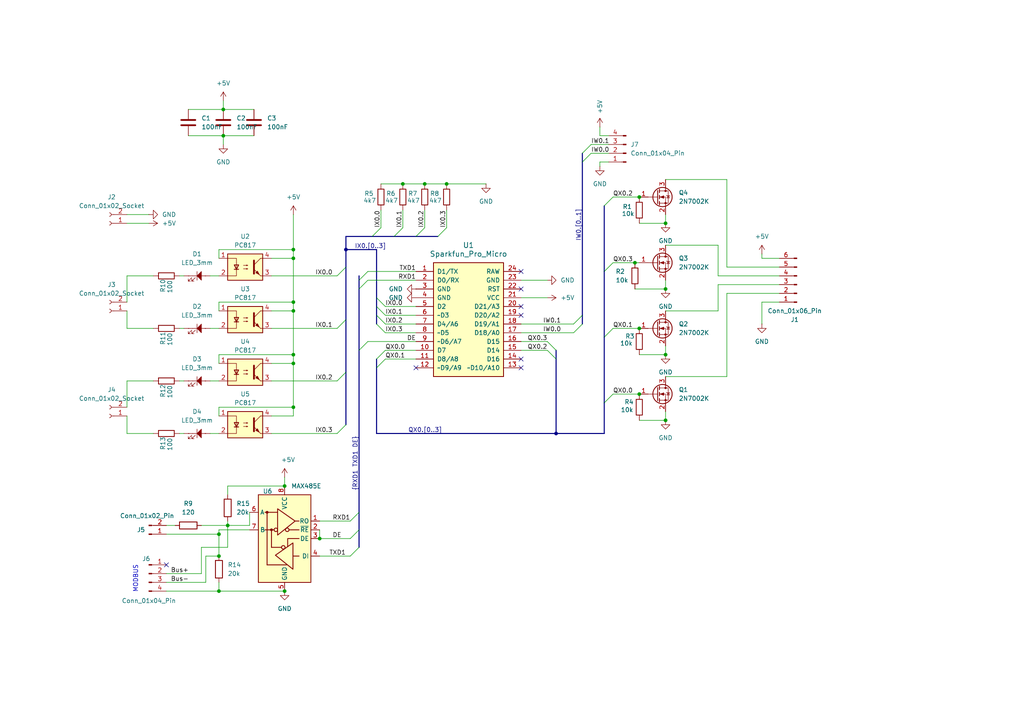
<source format=kicad_sch>
(kicad_sch (version 20231120) (generator "eeschema") (generator_version "8.0")
  (paper "A4")
  (title_block (title "Micro pro PLC") (date "2024-09-08") (rev "1.0") (company "JbLb"))
  (lib_symbols
    (symbol "Arduino:Sparkfun_Pro_Micro" (pin_names (offset 1.016))
      (property "Reference" "U" (at -8.89 21.59 0))
      (property "Value" "Sparkfun_Pro_Micro" (at 0 19.05 0))
      (symbol "Sparkfun_Pro_Micro_0_1"
        (rectangle (start -10.16 17.78) (end 10.16 -15.24) (stroke (width 0.254)) (fill (type background)))
      )
      (symbol "Sparkfun_Pro_Micro_1_1"
        (pin bidirectional line (at -15.24 15.24 0) (length 5.08) (name "D1/TX") (number "1"))
        (pin bidirectional line (at -15.24 -7.62 0) (length 5.08) (name "D7") (number "10"))
        (pin bidirectional line (at -15.24 -10.16 0) (length 5.08) (name "D8/A8") (number "11"))
        (pin bidirectional line (at -15.24 -12.7 0) (length 5.08) (name "~D9/A9") (number "12"))
        (pin bidirectional line (at 15.24 -12.7 180) (length 5.08) (name "~D10/A10") (number "13"))
        (pin bidirectional line (at 15.24 -10.16 180) (length 5.08) (name "D16") (number "14"))
        (pin bidirectional line (at 15.24 -7.62 180) (length 5.08) (name "D14") (number "15"))
        (pin bidirectional line (at 15.24 -5.08 180) (length 5.08) (name "D15") (number "16"))
        (pin bidirectional line (at 15.24 -2.54 180) (length 5.08) (name "D18/A0") (number "17"))
        (pin bidirectional line (at 15.24 0 180) (length 5.08) (name "D19/A1") (number "18"))
        (pin bidirectional line (at 15.24 2.54 180) (length 5.08) (name "D20/A2") (number "19"))
        (pin bidirectional line (at -15.24 12.7 0) (length 5.08) (name "D0/RX") (number "2"))
        (pin bidirectional line (at 15.24 5.08 180) (length 5.08) (name "D21/A3") (number "20"))
        (pin power_in line (at 15.24 7.62 180) (length 5.08) (name "VCC") (number "21"))
        (pin input line (at 15.24 10.16 180) (length 5.08) (name "RST") (number "22"))
        (pin power_in line (at 15.24 12.7 180) (length 5.08) (name "GND") (number "23"))
        (pin power_in line (at 15.24 15.24 180) (length 5.08) (name "RAW") (number "24"))
        (pin power_in line (at -15.24 10.16 0) (length 5.08) (name "GND") (number "3"))
        (pin power_in line (at -15.24 7.62 0) (length 5.08) (name "GND") (number "4"))
        (pin bidirectional line (at -15.24 5.08 0) (length 5.08) (name "D2") (number "5"))
        (pin bidirectional line (at -15.24 2.54 0) (length 5.08) (name "~D3") (number "6"))
        (pin bidirectional line (at -15.24 0 0) (length 5.08) (name "D4/A6") (number "7"))
        (pin bidirectional line (at -15.24 -2.54 0) (length 5.08) (name "~D5") (number "8"))
        (pin bidirectional line (at -15.24 -5.08 0) (length 5.08) (name "~D6/A7") (number "9"))
      )
    )
    (symbol "Connector:Conn_01x02_Pin" (pin_names (offset 1.016) hide)
      (property "Reference" "J" (at 0 2.54 0))
      (property "Value" "Conn_01x02_Pin" (at 0 -5.08 0))
      (symbol "Conn_01x02_Pin_1_1"
        (polyline (pts (xy 1.27 -2.54) (xy 0.8636 -2.54)) (stroke (width 0.1524)))
        (polyline (pts (xy 1.27 0) (xy 0.8636 0)) (stroke (width 0.1524)))
        (rectangle (start 0.8636 -2.413) (end 0 -2.667) (stroke (width 0.1524)) (fill (type outline)))
        (rectangle (start 0.8636 0.127) (end 0 -0.127) (stroke (width 0.1524)) (fill (type outline)))
        (pin passive line (at 5.08 0 180) (length 3.81) (name "Pin_1") (number "1"))
        (pin passive line (at 5.08 -2.54 180) (length 3.81) (name "Pin_2") (number "2"))
      )
    )
    (symbol "Connector:Conn_01x02_Socket" (pin_names (offset 1.016) hide)
      (property "Reference" "J" (at 0 2.54 0))
      (property "Value" "Conn_01x02_Socket" (at 0 -5.08 0))
      (symbol "Conn_01x02_Socket_1_1"
        (arc (start 0 -2.032) (mid -0.5058 -2.54) (end 0 -3.048) (stroke (width 0.1524)))
        (polyline (pts (xy -1.27 -2.54) (xy -0.508 -2.54)) (stroke (width 0.1524)))
        (polyline (pts (xy -1.27 0) (xy -0.508 0)) (stroke (width 0.1524)))
        (arc (start 0 0.508) (mid -0.5058 0) (end 0 -0.508) (stroke (width 0.1524)))
        (pin passive line (at -5.08 0 0) (length 3.81) (name "Pin_1") (number "1"))
        (pin passive line (at -5.08 -2.54 0) (length 3.81) (name "Pin_2") (number "2"))
      )
    )
    (symbol "Connector:Conn_01x04_Pin" (pin_names (offset 1.016) hide)
      (property "Reference" "J" (at 0 5.08 0))
      (property "Value" "Conn_01x04_Pin" (at 0 -7.62 0))
      (symbol "Conn_01x04_Pin_1_1"
        (polyline (pts (xy 1.27 -5.08) (xy 0.8636 -5.08)) (stroke (width 0.1524)))
        (polyline (pts (xy 1.27 -2.54) (xy 0.8636 -2.54)) (stroke (width 0.1524)))
        (polyline (pts (xy 1.27 0) (xy 0.8636 0)) (stroke (width 0.1524)))
        (polyline (pts (xy 1.27 2.54) (xy 0.8636 2.54)) (stroke (width 0.1524)))
        (rectangle (start 0.8636 -4.953) (end 0 -5.207) (stroke (width 0.1524)) (fill (type outline)))
        (rectangle (start 0.8636 -2.413) (end 0 -2.667) (stroke (width 0.1524)) (fill (type outline)))
        (rectangle (start 0.8636 0.127) (end 0 -0.127) (stroke (width 0.1524)) (fill (type outline)))
        (rectangle (start 0.8636 2.667) (end 0 2.413) (stroke (width 0.1524)) (fill (type outline)))
        (pin passive line (at 5.08 2.54 180) (length 3.81) (name "Pin_1") (number "1"))
        (pin passive line (at 5.08 0 180) (length 3.81) (name "Pin_2") (number "2"))
        (pin passive line (at 5.08 -2.54 180) (length 3.81) (name "Pin_3") (number "3"))
        (pin passive line (at 5.08 -5.08 180) (length 3.81) (name "Pin_4") (number "4"))
      )
    )
    (symbol "Connector:Conn_01x06_Pin" (pin_names (offset 1.016) hide)
      (property "Reference" "J" (at 0 7.62 0))
      (property "Value" "Conn_01x06_Pin" (at 0 -10.16 0))
      (symbol "Conn_01x06_Pin_1_1"
        (polyline (pts (xy 1.27 -7.62) (xy 0.8636 -7.62)) (stroke (width 0.1524)))
        (polyline (pts (xy 1.27 -5.08) (xy 0.8636 -5.08)) (stroke (width 0.1524)))
        (polyline (pts (xy 1.27 -2.54) (xy 0.8636 -2.54)) (stroke (width 0.1524)))
        (polyline (pts (xy 1.27 0) (xy 0.8636 0)) (stroke (width 0.1524)))
        (polyline (pts (xy 1.27 2.54) (xy 0.8636 2.54)) (stroke (width 0.1524)))
        (polyline (pts (xy 1.27 5.08) (xy 0.8636 5.08)) (stroke (width 0.1524)))
        (rectangle (start 0.8636 -7.493) (end 0 -7.747) (stroke (width 0.1524)) (fill (type outline)))
        (rectangle (start 0.8636 -4.953) (end 0 -5.207) (stroke (width 0.1524)) (fill (type outline)))
        (rectangle (start 0.8636 -2.413) (end 0 -2.667) (stroke (width 0.1524)) (fill (type outline)))
        (rectangle (start 0.8636 0.127) (end 0 -0.127) (stroke (width 0.1524)) (fill (type outline)))
        (rectangle (start 0.8636 2.667) (end 0 2.413) (stroke (width 0.1524)) (fill (type outline)))
        (rectangle (start 0.8636 5.207) (end 0 4.953) (stroke (width 0.1524)) (fill (type outline)))
        (pin passive line (at 5.08 5.08 180) (length 3.81) (name "Pin_1") (number "1"))
        (pin passive line (at 5.08 2.54 180) (length 3.81) (name "Pin_2") (number "2"))
        (pin passive line (at 5.08 0 180) (length 3.81) (name "Pin_3") (number "3"))
        (pin passive line (at 5.08 -2.54 180) (length 3.81) (name "Pin_4") (number "4"))
        (pin passive line (at 5.08 -5.08 180) (length 3.81) (name "Pin_5") (number "5"))
        (pin passive line (at 5.08 -7.62 180) (length 3.81) (name "Pin_6") (number "6"))
      )
    )
    (symbol "Device:C" (pin_numbers hide) (pin_names (offset 0.254))
      (property "Reference" "C" (at 0.635 2.54 0))
      (property "Value" "C" (at 0.635 -2.54 0))
      (symbol "C_0_1"
        (polyline (pts (xy -2.032 -0.762) (xy 2.032 -0.762)) (stroke (width 0.508)))
        (polyline (pts (xy -2.032 0.762) (xy 2.032 0.762)) (stroke (width 0.508)))
      )
      (symbol "C_1_1"
        (pin passive line (at 0 3.81 270) (length 2.794) (name "~") (number "1"))
        (pin passive line (at 0 -3.81 90) (length 2.794) (name "~") (number "2"))
      )
    )
    (symbol "Device:R" (pin_numbers hide) (pin_names (offset 0))
      (property "Reference" "R" (at 2.032 0 90))
      (property "Value" "R" (at 0 0 90))
      (symbol "R_0_1"
        (rectangle (start -1.016 -2.54) (end 1.016 2.54) (stroke (width 0.254)))
      )
      (symbol "R_1_1"
        (pin passive line (at 0 3.81 270) (length 1.27) (name "~") (number "1"))
        (pin passive line (at 0 -3.81 90) (length 1.27) (name "~") (number "2"))
      )
    )
    (symbol "Interface_UART:MAX485E"
      (property "Reference" "U" (at -6.985 13.97 0))
      (property "Value" "MAX485E" (at 1.905 13.97 0))
      (symbol "MAX485E_0_1"
        (rectangle (start -7.62 12.7) (end 7.62 -12.7) (stroke (width 0.254)) (fill (type background)))
        (polyline (pts (xy -4.191 2.54) (xy -1.27 2.54)) (stroke (width 0.254)))
        (polyline (pts (xy -2.54 -5.08) (xy -4.191 -5.08)) (stroke (width 0.254)))
        (polyline (pts (xy -0.635 -7.62) (xy 5.08 -7.62)) (stroke (width 0.254)))
        (polyline (pts (xy 0.889 -2.54) (xy 3.81 -2.54)) (stroke (width 0.254)))
        (polyline (pts (xy 2.032 7.62) (xy 5.715 7.62)) (stroke (width 0.254)))
        (polyline (pts (xy 3.048 2.54) (xy 5.715 2.54)) (stroke (width 0.254)))
        (polyline (pts (xy 3.81 -2.54) (xy 3.81 2.54)) (stroke (width 0.254)))
        (polyline (pts (xy 5.08 -7.62) (xy 5.08 7.62)) (stroke (width 0.254)))
        (polyline (pts (xy -4.191 0) (xy -0.889 0) (xy -0.889 -2.286)) (stroke (width 0.254)))
        (polyline (pts (xy -3.175 5.08) (xy -4.191 5.08) (xy -4.064 5.08)) (stroke (width 0.254)))
        (polyline (pts (xy -2.413 -5.08) (xy -2.413 -1.27) (xy 2.667 -4.826) (xy -2.413 -8.89) (xy -2.413 -5.08)) (stroke (width 0.254)))
        (circle (center 0.381 -2.54) (radius 0.508) (stroke (width 0.254)))
        (circle (center 3.81 2.54) (radius 0.2794) (stroke (width 0.254)) (fill (type outline)))
      )
      (symbol "MAX485E_1_1"
        (circle (center -0.762 2.54) (radius 0.508) (stroke (width 0.254)))
        (polyline (pts (xy 2.032 4.826) (xy 2.032 8.636) (xy -3.048 5.08) (xy 2.032 1.016) (xy 2.032 4.826)) (stroke (width 0.254)))
        (circle (center 2.54 2.54) (radius 0.508) (stroke (width 0.254)))
        (circle (center 5.08 7.62) (radius 0.2794) (stroke (width 0.254)) (fill (type outline)))
        (pin output line (at -10.16 5.08 0) (length 2.54) (name "RO") (number "1"))
        (pin input line (at -10.16 2.54 0) (length 2.54) (name "~{RE}") (number "2"))
        (pin input line (at -10.16 0 0) (length 2.54) (name "DE") (number "3"))
        (pin input line (at -10.16 -5.08 0) (length 2.54) (name "DI") (number "4"))
        (pin power_in line (at 0 -15.24 90) (length 2.54) (name "GND") (number "5"))
        (pin bidirectional line (at 10.16 7.62 180) (length 2.54) (name "A") (number "6"))
        (pin bidirectional line (at 10.16 2.54 180) (length 2.54) (name "B") (number "7"))
        (pin power_in line (at 0 15.24 270) (length 2.54) (name "VCC") (number "8"))
      )
    )
    (symbol "Isolator:PC817" (pin_names (offset 1.016))
      (property "Reference" "U" (at -5.08 5.08 0))
      (property "Value" "PC817" (at 0 5.08 0))
      (symbol "PC817_0_1"
        (rectangle (start -5.08 3.81) (end 5.08 -3.81) (stroke (width 0.254)) (fill (type background)))
        (polyline (pts (xy -3.175 -0.635) (xy -1.905 -0.635)) (stroke (width 0.254)))
        (polyline (pts (xy 2.54 0.635) (xy 4.445 2.54)))
        (polyline (pts (xy 4.445 -2.54) (xy 2.54 -0.635)) (fill (type outline)))
        (polyline (pts (xy 4.445 -2.54) (xy 5.08 -2.54)))
        (polyline (pts (xy 4.445 2.54) (xy 5.08 2.54)))
        (polyline (pts (xy -5.08 2.54) (xy -2.54 2.54) (xy -2.54 -0.635)))
        (polyline (pts (xy -2.54 -0.635) (xy -2.54 -2.54) (xy -5.08 -2.54)))
        (polyline (pts (xy 2.54 1.905) (xy 2.54 -1.905) (xy 2.54 -1.905)) (stroke (width 0.508)))
        (polyline (pts (xy -2.54 -0.635) (xy -3.175 0.635) (xy -1.905 0.635) (xy -2.54 -0.635)) (stroke (width 0.254)))
        (polyline (pts (xy -0.508 -0.508) (xy 0.762 -0.508) (xy 0.381 -0.635) (xy 0.381 -0.381) (xy 0.762 -0.508)))
        (polyline (pts (xy -0.508 0.508) (xy 0.762 0.508) (xy 0.381 0.381) (xy 0.381 0.635) (xy 0.762 0.508)))
        (polyline (pts (xy 3.048 -1.651) (xy 3.556 -1.143) (xy 4.064 -2.159) (xy 3.048 -1.651) (xy 3.048 -1.651)) (fill (type outline)))
      )
      (symbol "PC817_1_1"
        (pin passive line (at -7.62 2.54 0) (length 2.54) (name "~") (number "1"))
        (pin passive line (at -7.62 -2.54 0) (length 2.54) (name "~") (number "2"))
        (pin passive line (at 7.62 -2.54 180) (length 2.54) (name "~") (number "3"))
        (pin passive line (at 7.62 2.54 180) (length 2.54) (name "~") (number "4"))
      )
    )
    (symbol "PCM_SL_Devices:LED_3mm"
      (property "Reference" "D" (at -0.508 5.334 0))
      (property "Value" "LED_3mm" (at -0.508 2.794 0))
      (symbol "LED_3mm_0_1"
        (polyline (pts (xy -1.27 0) (xy -2.54 0)))
        (polyline (pts (xy 0 1.27) (xy 0 -1.27)))
        (polyline (pts (xy 0.508 0.508) (xy 1.524 1.524)))
        (polyline (pts (xy 1.27 0) (xy 2.54 0)))
        (polyline (pts (xy 1.524 0.508) (xy 2.54 1.524)))
        (polyline (pts (xy 1.524 1.524) (xy 0.889 1.524)))
        (polyline (pts (xy 1.524 1.524) (xy 1.524 0.889)))
        (polyline (pts (xy 2.54 1.524) (xy 1.905 1.524)))
        (polyline (pts (xy 2.54 1.524) (xy 2.54 0.889)))
        (polyline (pts (xy 0 0) (xy -1.27 -1.27) (xy -1.27 1.27) (xy 0 0) (xy 1.27 0)) (fill (type outline)))
      )
      (symbol "LED_3mm_1_1"
        (pin passive line (at 3.81 0 180) (length 1.5) (name "~") (number "1"))
        (pin passive line (at -3.81 0 0) (length 1.5) (name "") (number "2"))
      )
    )
    (symbol "PCM_SL_Resistors:10k"
      (property "Reference" "R" (at 0 5.08 0))
      (property "Value" "10k" (at 0 2.54 0))
      (symbol "10k_0_1"
        (rectangle (start -2.286 0.889) (end 2.286 -0.889) (stroke (width 0.24)))
      )
      (symbol "10k_1_1"
        (pin passive line (at -3.81 0 0) (length 1.5) (name "") (number "1"))
        (pin passive line (at 3.81 0 180) (length 1.5) (name "~") (number "2"))
      )
    )
    (symbol "Transistor_FET:2N7002K" (pin_names hide)
      (property "Reference" "Q" (at 5.08 1.905 0))
      (property "Value" "2N7002K" (at 5.08 0 0))
      (symbol "2N7002K_0_1"
        (polyline (pts (xy 0.254 0) (xy -2.54 0)))
        (polyline (pts (xy 0.254 1.905) (xy 0.254 -1.905)) (stroke (width 0.254)))
        (polyline (pts (xy 0.762 -1.27) (xy 0.762 -2.286)) (stroke (width 0.254)))
        (polyline (pts (xy 0.762 0.508) (xy 0.762 -0.508)) (stroke (width 0.254)))
        (polyline (pts (xy 0.762 2.286) (xy 0.762 1.27)) (stroke (width 0.254)))
        (polyline (pts (xy 2.54 2.54) (xy 2.54 1.778)))
        (polyline (pts (xy 2.54 -2.54) (xy 2.54 0) (xy 0.762 0)))
        (polyline (pts (xy 0.762 -1.778) (xy 3.302 -1.778) (xy 3.302 1.778) (xy 0.762 1.778)))
        (polyline (pts (xy 1.016 0) (xy 2.032 0.381) (xy 2.032 -0.381) (xy 1.016 0)) (fill (type outline)))
        (polyline (pts (xy 2.794 0.508) (xy 2.921 0.381) (xy 3.683 0.381) (xy 3.81 0.254)))
        (polyline (pts (xy 3.302 0.381) (xy 2.921 -0.254) (xy 3.683 -0.254) (xy 3.302 0.381)))
        (circle (center 1.651 0) (radius 2.794) (stroke (width 0.254)))
        (circle (center 2.54 -1.778) (radius 0.254) (fill (type outline)))
        (circle (center 2.54 1.778) (radius 0.254) (fill (type outline)))
      )
      (symbol "2N7002K_1_1"
        (pin input line (at -5.08 0 0) (length 2.54) (name "G") (number "1"))
        (pin passive line (at 2.54 -5.08 90) (length 2.54) (name "S") (number "2"))
        (pin passive line (at 2.54 5.08 270) (length 2.54) (name "D") (number "3"))
      )
    )
    (symbol "power:+5V" (power) (pin_numbers hide) (pin_names (offset 0) hide)
      (property "Value" "+5V" (at 0 3.556 0))
      (symbol "+5V_0_1"
        (polyline (pts (xy -0.762 1.27) (xy 0 2.54)))
        (polyline (pts (xy 0 0) (xy 0 2.54)))
        (polyline (pts (xy 0 2.54) (xy 0.762 1.27)))
      )
      (symbol "+5V_1_1"
        (pin power_in line (at 0 0 90) (length 0) (name "~") (number "1"))
      )
    )
    (symbol "power:GND" (power) (pin_numbers hide) (pin_names (offset 0) hide)
      (property "Value" "GND" (at 0 -3.81 0))
      (symbol "GND_0_1"
        (polyline (pts (xy 0 0) (xy 0 -1.27) (xy 1.27 -1.27) (xy 0 -2.54) (xy -1.27 -1.27) (xy 0 -1.27)))
      )
      (symbol "GND_1_1"
        (pin power_in line (at 0 0 270) (length 0) (name "~") (number "1"))
      )
    )
  )
  (bus_alias "" (members))
  (junction (at 85.09 105.41))
  (junction (at 82.55 140.97))
  (junction (at 129.54 53.34))
  (junction (at 85.09 102.87))
  (junction (at 64.77 31.75))
  (junction (at 63.5 171.45))
  (junction (at 185.42 57.15))
  (junction (at 185.42 114.3))
  (junction (at 193.04 121.92))
  (junction (at 184.15 76.2))
  (junction (at 64.77 39.37))
  (junction (at 85.09 90.17))
  (junction (at 85.09 74.93))
  (junction (at 116.84 53.34))
  (junction (at 82.55 171.45))
  (junction (at 193.04 83.82))
  (junction (at 123.19 53.34))
  (junction (at 193.04 64.77))
  (junction (at 193.04 102.87))
  (junction (at 185.42 95.25))
  (junction (at 85.09 87.63))
  (junction (at 85.09 72.39))
  (junction (at 63.5 161.29))
  (junction (at 92.71 156.21))
  (junction (at 85.09 118.11))
  (junction (at 66.04 152.4))
  (junction (at 63.5 154.94))
  (junction (at 161.29 125.73))
  (junction (at 100.33 72.39))
  (no_connect (at 48.26 163.83))
  (no_connect (at 120.65 106.68))
  (no_connect (at 151.13 104.14))
  (no_connect (at 151.13 78.74))
  (no_connect (at 151.13 88.9))
  (no_connect (at 151.13 106.68))
  (no_connect (at 151.13 91.44))
  (no_connect (at 151.13 83.82))
  (bus_entry (at 111.76 101.6) (size -2.54 2.54))
  (bus_entry (at 166.37 96.52) (size 2.54 -2.54))
  (bus_entry (at 168.91 46.99) (size 2.54 -2.54))
  (bus_entry (at 129.54 66.04) (size -2.54 2.54))
  (bus_entry (at 106.68 99.06) (size -2.54 2.54))
  (bus_entry (at 104.14 153.67) (size -2.54 2.54))
  (bus_entry (at 111.76 93.98) (size -2.54 -2.54))
  (bus_entry (at 111.76 104.14) (size -2.54 2.54))
  (bus_entry (at 106.68 81.28) (size -2.54 2.54))
  (bus_entry (at 104.14 158.75) (size -2.54 2.54))
  (bus_entry (at 166.37 93.98) (size 2.54 -2.54))
  (bus_entry (at 158.75 99.06) (size 2.54 2.54))
  (bus_entry (at 110.49 66.04) (size -2.54 2.54))
  (bus_entry (at 97.79 125.73) (size 2.54 -2.54))
  (bus_entry (at 168.91 44.45) (size 2.54 -2.54))
  (bus_entry (at 158.75 101.6) (size 2.54 2.54))
  (bus_entry (at 177.8 114.3) (size -2.54 2.54))
  (bus_entry (at 177.8 57.15) (size -2.54 2.54))
  (bus_entry (at 97.79 110.49) (size 2.54 -2.54))
  (bus_entry (at 177.8 95.25) (size -2.54 2.54))
  (bus_entry (at 177.8 76.2) (size -2.54 2.54))
  (bus_entry (at 97.79 95.25) (size 2.54 -2.54))
  (bus_entry (at 116.84 66.04) (size -2.54 2.54))
  (bus_entry (at 106.68 78.74) (size -2.54 2.54))
  (bus_entry (at 111.76 88.9) (size -2.54 -2.54))
  (bus_entry (at 111.76 96.52) (size -2.54 -2.54))
  (bus_entry (at 97.79 80.01) (size 2.54 -2.54))
  (bus_entry (at 123.19 66.04) (size -2.54 2.54))
  (bus_entry (at 104.14 148.59) (size -2.54 2.54))
  (bus_entry (at 111.76 91.44) (size -2.54 -2.54))
  (wire (pts (xy 116.84 60.96) (xy 116.84 66.04)))
  (wire (pts (xy 64.77 39.37) (xy 64.77 41.91)))
  (wire (pts (xy 58.42 166.37) (xy 58.42 158.75)))
  (wire (pts (xy 63.5 153.67) (xy 63.5 154.94)))
  (wire (pts (xy 36.83 87.63) (xy 36.83 80.01)))
  (wire (pts (xy 111.76 104.14) (xy 120.65 104.14)))
  (wire (pts (xy 210.82 85.09) (xy 226.06 85.09)))
  (wire (pts (xy 116.84 53.34) (xy 123.19 53.34)))
  (wire (pts (xy 210.82 52.07) (xy 210.82 77.47)))
  (wire (pts (xy 208.28 80.01) (xy 226.06 80.01)))
  (wire (pts (xy 54.61 31.75) (xy 64.77 31.75)))
  (wire (pts (xy 36.83 118.11) (xy 36.83 110.49)))
  (bus (pts (xy 168.91 44.45) (xy 168.91 46.99)))
  (wire (pts (xy 85.09 90.17) (xy 85.09 102.87)))
  (bus (pts (xy 104.14 81.28) (xy 104.14 83.82)))
  (wire (pts (xy 193.04 52.07) (xy 210.82 52.07)))
  (wire (pts (xy 63.5 118.11) (xy 85.09 118.11)))
  (wire (pts (xy 177.8 57.15) (xy 185.42 57.15)))
  (bus (pts (xy 104.14 158.75) (xy 104.14 153.67)))
  (bus (pts (xy 109.22 106.68) (xy 109.22 125.73)))
  (wire (pts (xy 101.6 161.29) (xy 92.71 161.29)))
  (wire (pts (xy 85.09 72.39) (xy 85.09 74.93)))
  (wire (pts (xy 82.55 138.43) (xy 82.55 140.97)))
  (wire (pts (xy 64.77 29.21) (xy 64.77 31.75)))
  (wire (pts (xy 111.76 88.9) (xy 120.65 88.9)))
  (wire (pts (xy 36.83 110.49) (xy 44.45 110.49)))
  (wire (pts (xy 193.04 81.28) (xy 193.04 83.82)))
  (wire (pts (xy 193.04 71.12) (xy 208.28 71.12)))
  (wire (pts (xy 85.09 105.41) (xy 85.09 118.11)))
  (wire (pts (xy 63.5 168.91) (xy 63.5 171.45)))
  (wire (pts (xy 78.74 105.41) (xy 85.09 105.41)))
  (wire (pts (xy 193.04 64.77) (xy 193.04 62.23)))
  (wire (pts (xy 54.61 39.37) (xy 64.77 39.37)))
  (bus (pts (xy 100.33 72.39) (xy 100.33 68.58)))
  (bus (pts (xy 100.33 72.39) (xy 109.22 72.39)))
  (wire (pts (xy 208.28 71.12) (xy 208.28 80.01)))
  (wire (pts (xy 208.28 90.17) (xy 208.28 82.55)))
  (wire (pts (xy 52.07 80.01) (xy 53.34 80.01)))
  (wire (pts (xy 66.04 140.97) (xy 66.04 143.51)))
  (wire (pts (xy 123.19 53.34) (xy 129.54 53.34)))
  (wire (pts (xy 111.76 96.52) (xy 120.65 96.52)))
  (wire (pts (xy 177.8 95.25) (xy 185.42 95.25)))
  (wire (pts (xy 66.04 140.97) (xy 82.55 140.97)))
  (wire (pts (xy 78.74 125.73) (xy 97.79 125.73)))
  (wire (pts (xy 220.98 93.98) (xy 220.98 87.63)))
  (wire (pts (xy 185.42 64.77) (xy 193.04 64.77)))
  (wire (pts (xy 173.99 39.37) (xy 176.53 39.37)))
  (wire (pts (xy 78.74 95.25) (xy 97.79 95.25)))
  (wire (pts (xy 173.99 36.83) (xy 173.99 39.37)))
  (wire (pts (xy 63.5 102.87) (xy 85.09 102.87)))
  (wire (pts (xy 52.07 110.49) (xy 53.34 110.49)))
  (wire (pts (xy 36.83 95.25) (xy 44.45 95.25)))
  (wire (pts (xy 177.8 114.3) (xy 185.42 114.3)))
  (wire (pts (xy 110.49 60.96) (xy 110.49 66.04)))
  (wire (pts (xy 85.09 102.87) (xy 85.09 105.41)))
  (bus (pts (xy 109.22 72.39) (xy 109.22 86.36)))
  (wire (pts (xy 66.04 151.13) (xy 66.04 152.4)))
  (wire (pts (xy 36.83 120.65) (xy 36.83 125.73)))
  (wire (pts (xy 78.74 90.17) (xy 85.09 90.17)))
  (bus (pts (xy 161.29 101.6) (xy 161.29 104.14)))
  (wire (pts (xy 85.09 118.11) (xy 85.09 120.65)))
  (bus (pts (xy 109.22 88.9) (xy 109.22 91.44)))
  (bus (pts (xy 100.33 107.95) (xy 100.33 92.71)))
  (bus (pts (xy 120.65 68.58) (xy 127 68.58)))
  (wire (pts (xy 66.04 152.4) (xy 66.04 158.75)))
  (wire (pts (xy 185.42 102.87) (xy 193.04 102.87)))
  (wire (pts (xy 60.96 125.73) (xy 63.5 125.73)))
  (bus (pts (xy 168.91 91.44) (xy 168.91 93.98)))
  (wire (pts (xy 63.5 171.45) (xy 82.55 171.45)))
  (wire (pts (xy 60.96 95.25) (xy 63.5 95.25)))
  (bus (pts (xy 161.29 125.73) (xy 175.26 125.73)))
  (wire (pts (xy 63.5 120.65) (xy 63.5 118.11)))
  (wire (pts (xy 52.07 125.73) (xy 53.34 125.73)))
  (wire (pts (xy 110.49 53.34) (xy 116.84 53.34)))
  (wire (pts (xy 78.74 110.49) (xy 97.79 110.49)))
  (wire (pts (xy 173.99 46.99) (xy 173.99 48.26)))
  (wire (pts (xy 48.26 166.37) (xy 58.42 166.37)))
  (wire (pts (xy 151.13 81.28) (xy 158.75 81.28)))
  (wire (pts (xy 101.6 156.21) (xy 92.71 156.21)))
  (wire (pts (xy 151.13 96.52) (xy 166.37 96.52)))
  (wire (pts (xy 193.04 90.17) (xy 208.28 90.17)))
  (wire (pts (xy 72.39 152.4) (xy 66.04 152.4)))
  (wire (pts (xy 151.13 93.98) (xy 166.37 93.98)))
  (wire (pts (xy 111.76 93.98) (xy 120.65 93.98)))
  (wire (pts (xy 48.26 154.94) (xy 63.5 154.94)))
  (bus (pts (xy 175.26 59.69) (xy 175.26 78.74)))
  (wire (pts (xy 177.8 76.2) (xy 184.15 76.2)))
  (wire (pts (xy 151.13 99.06) (xy 158.75 99.06)))
  (wire (pts (xy 101.6 151.13) (xy 92.71 151.13)))
  (wire (pts (xy 59.69 168.91) (xy 59.69 161.29)))
  (bus (pts (xy 104.14 148.59) (xy 104.14 153.67)))
  (bus (pts (xy 100.33 123.19) (xy 100.33 107.95)))
  (wire (pts (xy 63.5 72.39) (xy 63.5 74.93)))
  (wire (pts (xy 92.71 153.67) (xy 92.71 156.21)))
  (wire (pts (xy 36.83 80.01) (xy 44.45 80.01)))
  (wire (pts (xy 60.96 80.01) (xy 63.5 80.01)))
  (bus (pts (xy 114.3 68.58) (xy 120.65 68.58)))
  (bus (pts (xy 100.33 68.58) (xy 107.95 68.58)))
  (wire (pts (xy 63.5 105.41) (xy 63.5 102.87)))
  (wire (pts (xy 48.26 152.4) (xy 50.8 152.4)))
  (wire (pts (xy 85.09 87.63) (xy 85.09 90.17)))
  (wire (pts (xy 48.26 171.45) (xy 63.5 171.45)))
  (wire (pts (xy 185.42 121.92) (xy 193.04 121.92)))
  (wire (pts (xy 36.83 90.17) (xy 36.83 95.25)))
  (wire (pts (xy 64.77 39.37) (xy 73.66 39.37)))
  (wire (pts (xy 36.83 62.23) (xy 43.18 62.23)))
  (wire (pts (xy 193.04 102.87) (xy 193.04 100.33)))
  (wire (pts (xy 36.83 125.73) (xy 44.45 125.73)))
  (wire (pts (xy 210.82 109.22) (xy 210.82 85.09)))
  (wire (pts (xy 208.28 82.55) (xy 226.06 82.55)))
  (wire (pts (xy 36.83 64.77) (xy 43.18 64.77)))
  (wire (pts (xy 151.13 101.6) (xy 158.75 101.6)))
  (bus (pts (xy 104.14 80.01) (xy 104.14 81.28)))
  (wire (pts (xy 111.76 101.6) (xy 120.65 101.6)))
  (wire (pts (xy 64.77 31.75) (xy 73.66 31.75)))
  (wire (pts (xy 58.42 158.75) (xy 66.04 158.75)))
  (bus (pts (xy 100.33 92.71) (xy 100.33 77.47)))
  (bus (pts (xy 104.14 83.82) (xy 104.14 101.6)))
  (wire (pts (xy 184.15 76.2) (xy 185.42 76.2)))
  (wire (pts (xy 129.54 53.34) (xy 140.97 53.34)))
  (wire (pts (xy 58.42 152.4) (xy 66.04 152.4)))
  (wire (pts (xy 63.5 154.94) (xy 63.5 161.29)))
  (wire (pts (xy 123.19 60.96) (xy 123.19 66.04)))
  (wire (pts (xy 220.98 87.63) (xy 226.06 87.63)))
  (wire (pts (xy 193.04 119.38) (xy 193.04 121.92)))
  (bus (pts (xy 161.29 104.14) (xy 161.29 125.73)))
  (wire (pts (xy 220.98 74.93) (xy 226.06 74.93)))
  (wire (pts (xy 85.09 74.93) (xy 85.09 87.63)))
  (wire (pts (xy 63.5 72.39) (xy 85.09 72.39)))
  (wire (pts (xy 63.5 90.17) (xy 63.5 87.63)))
  (wire (pts (xy 59.69 161.29) (xy 63.5 161.29)))
  (wire (pts (xy 63.5 153.67) (xy 72.39 153.67)))
  (wire (pts (xy 106.68 81.28) (xy 120.65 81.28)))
  (wire (pts (xy 52.07 95.25) (xy 53.34 95.25)))
  (wire (pts (xy 78.74 80.01) (xy 97.79 80.01)))
  (bus (pts (xy 109.22 91.44) (xy 109.22 93.98)))
  (wire (pts (xy 111.76 91.44) (xy 120.65 91.44)))
  (bus (pts (xy 109.22 86.36) (xy 109.22 88.9)))
  (wire (pts (xy 193.04 109.22) (xy 210.82 109.22)))
  (wire (pts (xy 78.74 120.65) (xy 85.09 120.65)))
  (bus (pts (xy 104.14 101.6) (xy 104.14 148.59)))
  (bus (pts (xy 100.33 77.47) (xy 100.33 72.39)))
  (wire (pts (xy 129.54 60.96) (xy 129.54 66.04)))
  (wire (pts (xy 176.53 46.99) (xy 173.99 46.99)))
  (wire (pts (xy 63.5 87.63) (xy 85.09 87.63)))
  (bus (pts (xy 175.26 116.84) (xy 175.26 125.73)))
  (bus (pts (xy 107.95 68.58) (xy 114.3 68.58)))
  (wire (pts (xy 60.96 110.49) (xy 63.5 110.49)))
  (wire (pts (xy 220.98 73.66) (xy 220.98 74.93)))
  (wire (pts (xy 78.74 74.93) (xy 85.09 74.93)))
  (bus (pts (xy 168.91 46.99) (xy 168.91 91.44)))
  (wire (pts (xy 106.68 78.74) (xy 120.65 78.74)))
  (wire (pts (xy 48.26 168.91) (xy 59.69 168.91)))
  (wire (pts (xy 151.13 86.36) (xy 158.75 86.36)))
  (bus (pts (xy 175.26 97.79) (xy 175.26 116.84)))
  (wire (pts (xy 72.39 148.59) (xy 72.39 152.4)))
  (wire (pts (xy 210.82 77.47) (xy 226.06 77.47)))
  (bus (pts (xy 175.26 78.74) (xy 175.26 97.79)))
  (wire (pts (xy 106.68 99.06) (xy 120.65 99.06)))
  (bus (pts (xy 109.22 104.14) (xy 109.22 106.68)))
  (bus (pts (xy 109.22 125.73) (xy 161.29 125.73)))
  (wire (pts (xy 171.45 44.45) (xy 176.53 44.45)))
  (wire (pts (xy 184.15 83.82) (xy 193.04 83.82)))
  (wire (pts (xy 171.45 41.91) (xy 176.53 41.91)))
  (wire (pts (xy 85.09 62.23) (xy 85.09 72.39)))
  (text "MODBUS" (at 39.37 167.894 90) (effects (font (size 1.27 1.27))))
  (label "IW0.1" (at 157.48 93.98 0))
  (label "IX0.3" (at 111.76 96.52 0))
  (label "IX0.3" (at 91.44 125.73 0))
  (label "QX0.2" (at 177.8 57.15 0))
  (label "IX0.1" (at 116.84 66.04 90))
  (label "IX0.[0..3]" (at 102.87 72.39 0))
  (label "IW0.[0..1]" (at 168.91 69.85 90))
  (label "IX0.2" (at 91.44 110.49 0))
  (label "QX0.3" (at 158.75 99.06 180))
  (label "IX0.2" (at 123.19 66.04 90))
  (label "TXD1" (at 100.33 161.29 180))
  (label "IW0.0" (at 171.45 44.45 0))
  (label "IX0.0" (at 91.44 80.01 0))
  (label "IW0.1" (at 171.45 41.91 0))
  (label "QX0.3" (at 177.8 76.2 0))
  (label "IX0.3" (at 129.54 66.04 90))
  (label "IX0.0" (at 110.49 66.04 90))
  (label "Bus-" (at 49.53 168.91 0))
  (label "RXD1" (at 120.65 81.28 180))
  (label "QX0.1" (at 177.8 95.25 0))
  (label "IX0.1" (at 111.76 91.44 0))
  (label "DE" (at 120.65 99.06 180))
  (label "QX0.0" (at 177.8 114.3 0))
  (label "QX0.0" (at 111.76 101.6 0))
  (label "QX0.[0..3]" (at 128.27 125.73 180))
  (label "{RXD1 TXD1 DE}" (at 104.14 142.24 90))
  (label "QX0.2" (at 158.75 101.6 180))
  (label "Bus+" (at 49.53 166.37 0))
  (label "IX0.1" (at 91.44 95.25 0))
  (label "QX0.1" (at 111.76 104.14 0))
  (label "DE" (at 99.06 156.21 180))
  (label "IX0.2" (at 111.76 93.98 0))
  (label "TXD1" (at 120.65 78.74 180))
  (label "IW0.0" (at 157.48 96.52 0))
  (label "RXD1" (at 101.6 151.13 180))
  (label "IX0.0" (at 111.76 88.9 0))
  (symbol (lib_id "PCM_SL_Resistors:10k") (at 48.26 110.49 180) (unit 1)
    (property "Reference" "R12" (at 47.244 115.316 90) (effects (justify right)))
    (property "Value" "100" (at 49.276 115.57 90) (effects (justify right)))
    (property "Footprint" "Resistor_SMD:R_0805_2012Metric_Pad1.20x1.40mm_HandSolder" (effects (hide yes)))
    (property "Description" "4.7kΩ, 1/4W Resistor" (effects (hide yes)))
  )
  (symbol (lib_id "Interface_UART:MAX485E") (at 82.55 156.21 0) (mirror y) (unit 1)
    (property "Reference" "U6" (at 78.994 142.494 0) (effects (justify left)))
    (property "Value" "MAX485E" (at 93.218 140.97 0) (effects (justify left)))
    (property "Footprint" "Package_DIP:DIP-8_W7.62mm" (effects (hide yes)))
    (property "Datasheet" "https://datasheets.maximintegrated.com/en/ds/MAX1487E-MAX491E.pdf" (effects (hide yes)))
    (property "Description" "Half duplex RS-485/RS-422, 2.5 Mbps, ±15kV electro-static discharge (ESD) protection, no slew-rate, no low-power shutdown, with receiver/driver enable, 32 receiver drive capability, DIP-8 and SOIC-8" (effects (hide yes)))
  )
  (symbol (lib_id "PCM_SL_Resistors:10k") (at 129.54 57.15 90) (unit 1)
    (property "Reference" "R8" (at 124.714 56.134 90) (effects (justify right)))
    (property "Value" "4k7" (at 124.46 58.166 90) (effects (justify right)))
    (property "Footprint" "Resistor_SMD:R_0805_2012Metric_Pad1.20x1.40mm_HandSolder" (effects (hide yes)))
    (property "Description" "4.7kΩ, 1/4W Resistor" (effects (hide yes)))
  )
  (symbol (lib_id "power:GND") (at 173.99 48.26 0) (unit 1)
    (property "Reference" "#PWR017" (effects (hide yes)))
    (property "Value" "GND" (at 173.99 53.34 0))
    (property "Description" "Power symbol creates a global label with name \"GND\" , ground" (effects (hide yes)))
  )
  (symbol (lib_id "power:GND") (at 82.55 171.45 0) (mirror y) (unit 1)
    (property "Reference" "#PWR013" (effects (hide yes)))
    (property "Value" "GND" (at 82.55 176.53 0))
    (property "Description" "Power symbol creates a global label with name \"GND\" , ground" (effects (hide yes)))
  )
  (symbol (lib_id "PCM_SL_Resistors:10k") (at 48.26 125.73 180) (unit 1)
    (property "Reference" "R13" (at 47.244 130.556 90) (effects (justify right)))
    (property "Value" "100" (at 49.276 130.81 90) (effects (justify right)))
    (property "Footprint" "Resistor_SMD:R_0805_2012Metric_Pad1.20x1.40mm_HandSolder" (effects (hide yes)))
    (property "Description" "4.7kΩ, 1/4W Resistor" (effects (hide yes)))
  )
  (symbol (lib_id "Transistor_FET:2N7002K") (at 190.5 76.2 0) (unit 1)
    (property "Reference" "Q3" (at 196.85 74.9299 0) (effects (justify left)))
    (property "Value" "2N7002K" (at 196.85 77.4699 0) (effects (justify left)))
    (property "Footprint" "Package_TO_SOT_SMD:SOT-23_Handsoldering" (effects (hide yes)))
    (property "Datasheet" "https://www.diodes.com/assets/Datasheets/ds30896.pdf" (effects (hide yes)))
    (property "Description" "0.38A Id, 60V Vds, N-Channel MOSFET, SOT-23" (effects (hide yes)))
  )
  (symbol (lib_id "Connector:Conn_01x06_Pin") (at 231.14 82.55 180) (unit 1)
    (property "Reference" "J1" (at 230.505 92.71 0))
    (property "Value" "Conn_01x06_Pin" (at 230.505 90.17 0))
    (property "Footprint" "Connector_PinSocket_2.54mm:PinSocket_1x06_P2.54mm_Vertical" (effects (hide yes)))
    (property "Description" "Generic connector, single row, 01x06, script generated" (effects (hide yes)))
  )
  (symbol (lib_id "Arduino:Sparkfun_Pro_Micro") (at 135.89 93.98 0) (unit 1)
    (property "Reference" "U1" (at 135.89 71.12 0) (effects (font (size 1.524 1.524))))
    (property "Value" "Sparkfun_Pro_Micro" (at 135.89 73.66 0) (effects (font (size 1.524 1.524))))
    (property "Footprint" "Arduino:Sparkfun_Pro_Micro" (effects (hide yes)))
    (property "Datasheet" "https://www.sparkfun.com/products/12640" (effects (hide yes)))
    (property "Description" "Sparkfun Pro Micro" (effects (hide yes)))
  )
  (symbol (lib_id "Device:C") (at 54.61 35.56 0) (unit 1)
    (property "Reference" "C1" (at 58.42 34.2899 0) (effects (justify left)))
    (property "Value" "100nF" (at 58.42 36.8299 0) (effects (justify left)))
    (property "Footprint" "Capacitor_SMD:C_0805_2012Metric_Pad1.18x1.45mm_HandSolder" (effects (hide yes)))
    (property "Description" "Unpolarized capacitor" (effects (hide yes)))
  )
  (symbol (lib_id "PCM_SL_Devices:LED_3mm") (at 57.15 95.25 180) (unit 1)
    (property "Reference" "D2" (at 57.15 88.9 0))
    (property "Value" "LED_3mm" (at 57.15 91.44 0))
    (property "Footprint" "LED_THT:LED_D3.0mm" (effects (hide yes)))
    (property "Description" "3mm diameter small LED" (effects (hide yes)))
  )
  (symbol (lib_id "PCM_SL_Devices:LED_3mm") (at 57.15 110.49 180) (unit 1)
    (property "Reference" "D3" (at 57.15 104.14 0))
    (property "Value" "LED_3mm" (at 57.15 106.68 0))
    (property "Footprint" "LED_THT:LED_D3.0mm" (effects (hide yes)))
    (property "Description" "3mm diameter small LED" (effects (hide yes)))
  )
  (symbol (lib_id "power:GND") (at 193.04 121.92 0) (unit 1)
    (property "Reference" "#PWR03" (effects (hide yes)))
    (property "Value" "GND" (at 193.04 127 0))
    (property "Description" "Power symbol creates a global label with name \"GND\" , ground" (effects (hide yes)))
  )
  (symbol (lib_id "Isolator:PC817") (at 71.12 77.47 0) (unit 1)
    (property "Reference" "U2" (at 71.12 68.58 0))
    (property "Value" "PC817" (at 71.12 71.12 0))
    (property "Footprint" "Package_DIP:DIP-4_W7.62mm" (effects (hide yes)))
    (property "Datasheet" "http://www.soselectronic.cz/a_info/resource/d/pc817.pdf" (effects (hide yes)))
    (property "Description" "DC Optocoupler, Vce 35V, CTR 50-300%, DIP-4" (effects (hide yes)))
  )
  (symbol (lib_id "power:+5V") (at 85.09 62.23 0) (unit 1)
    (property "Reference" "#PWR09" (effects (hide yes)))
    (property "Value" "+5V" (at 85.09 57.15 0))
    (property "Description" "Power symbol creates a global label with name \"+5V\"" (effects (hide yes)))
  )
  (symbol (lib_id "power:+5V") (at 43.18 64.77 270) (unit 1)
    (property "Reference" "#PWR016" (effects (hide yes)))
    (property "Value" "+5V" (at 46.99 64.7699 90) (effects (justify left)))
    (property "Description" "Power symbol creates a global label with name \"+5V\"" (effects (hide yes)))
  )
  (symbol (lib_id "PCM_SL_Resistors:10k") (at 184.15 80.01 90) (unit 1)
    (property "Reference" "R2" (at 178.562 78.74 90) (effects (justify right)))
    (property "Value" "10k" (at 178.562 81.28 90) (effects (justify right)))
    (property "Footprint" "Resistor_SMD:R_0805_2012Metric_Pad1.20x1.40mm_HandSolder" (effects (hide yes)))
    (property "Description" "10kΩ, 1/4W Resistor" (effects (hide yes)))
  )
  (symbol (lib_id "PCM_SL_Resistors:10k") (at 185.42 99.06 90) (unit 1)
    (property "Reference" "R3" (at 181.356 97.536 90) (effects (justify right)))
    (property "Value" "10k" (at 179.832 99.568 90) (effects (justify right)))
    (property "Footprint" "Resistor_SMD:R_0805_2012Metric_Pad1.20x1.40mm_HandSolder" (effects (hide yes)))
    (property "Description" "10kΩ, 1/4W Resistor" (effects (hide yes)))
  )
  (symbol (lib_id "Device:C") (at 73.66 35.56 0) (unit 1)
    (property "Reference" "C3" (at 77.47 34.2899 0) (effects (justify left)))
    (property "Value" "100nF" (at 77.47 36.8299 0) (effects (justify left)))
    (property "Footprint" "Capacitor_SMD:C_0805_2012Metric_Pad1.18x1.45mm_HandSolder" (effects (hide yes)))
    (property "Description" "Unpolarized capacitor" (effects (hide yes)))
  )
  (symbol (lib_id "power:+5V") (at 64.77 29.21 0) (unit 1)
    (property "Reference" "#PWR019" (effects (hide yes)))
    (property "Value" "+5V" (at 64.77 24.13 0))
    (property "Description" "Power symbol creates a global label with name \"+5V\"" (effects (hide yes)))
  )
  (symbol (lib_id "Transistor_FET:2N7002K") (at 190.5 57.15 0) (unit 1)
    (property "Reference" "Q4" (at 196.85 55.8799 0) (effects (justify left)))
    (property "Value" "2N7002K" (at 196.85 58.4199 0) (effects (justify left)))
    (property "Footprint" "Package_TO_SOT_SMD:SOT-23_Handsoldering" (effects (hide yes)))
    (property "Datasheet" "https://www.diodes.com/assets/Datasheets/ds30896.pdf" (effects (hide yes)))
    (property "Description" "0.38A Id, 60V Vds, N-Channel MOSFET, SOT-23" (effects (hide yes)))
  )
  (symbol (lib_id "power:GND") (at 140.97 53.34 0) (unit 1)
    (property "Reference" "#PWR010" (effects (hide yes)))
    (property "Value" "GND" (at 140.97 58.42 0))
    (property "Description" "Power symbol creates a global label with name \"GND\" , ground" (effects (hide yes)))
  )
  (symbol (lib_id "power:GND") (at 220.98 93.98 0) (unit 1)
    (property "Reference" "#PWR05" (effects (hide yes)))
    (property "Value" "GND" (at 220.98 99.06 0))
    (property "Description" "Power symbol creates a global label with name \"GND\" , ground" (effects (hide yes)))
  )
  (symbol (lib_id "power:+5V") (at 173.99 36.83 0) (unit 1)
    (property "Reference" "#PWR018" (effects (hide yes)))
    (property "Value" "+5V" (at 173.9899 33.02 90) (effects (justify left)))
    (property "Description" "Power symbol creates a global label with name \"+5V\"" (effects (hide yes)))
  )
  (symbol (lib_id "PCM_SL_Resistors:10k") (at 48.26 95.25 180) (unit 1)
    (property "Reference" "R11" (at 47.244 100.076 90) (effects (justify right)))
    (property "Value" "100" (at 49.276 100.33 90) (effects (justify right)))
    (property "Footprint" "Resistor_SMD:R_0805_2012Metric_Pad1.20x1.40mm_HandSolder" (effects (hide yes)))
    (property "Description" "4.7kΩ, 1/4W Resistor" (effects (hide yes)))
  )
  (symbol (lib_id "Device:R") (at 66.04 147.32 180) (unit 1)
    (property "Reference" "R15" (at 68.58 146.0499 0) (effects (justify right)))
    (property "Value" "20k" (at 68.58 148.5899 0) (effects (justify right)))
    (property "Footprint" "Resistor_SMD:R_0805_2012Metric_Pad1.20x1.40mm_HandSolder" (effects (hide yes)))
    (property "Description" "Resistor" (effects (hide yes)))
  )
  (symbol (lib_id "power:GND") (at 120.65 83.82 270) (unit 1)
    (property "Reference" "#PWR014" (effects (hide yes)))
    (property "Value" "GND" (at 116.84 83.8199 90) (effects (justify right)))
    (property "Description" "Power symbol creates a global label with name \"GND\" , ground" (effects (hide yes)))
  )
  (symbol (lib_id "Device:C") (at 64.77 35.56 0) (unit 1)
    (property "Reference" "C2" (at 68.58 34.2899 0) (effects (justify left)))
    (property "Value" "100nF" (at 68.58 36.8299 0) (effects (justify left)))
    (property "Footprint" "Capacitor_SMD:C_0805_2012Metric_Pad1.18x1.45mm_HandSolder" (effects (hide yes)))
    (property "Description" "Unpolarized capacitor" (effects (hide yes)))
  )
  (symbol (lib_id "Transistor_FET:2N7002K") (at 190.5 114.3 0) (unit 1)
    (property "Reference" "Q1" (at 196.85 113.0299 0) (effects (justify left)))
    (property "Value" "2N7002K" (at 196.85 115.5699 0) (effects (justify left)))
    (property "Footprint" "Package_TO_SOT_SMD:SOT-23_Handsoldering" (effects (hide yes)))
    (property "Datasheet" "https://www.diodes.com/assets/Datasheets/ds30896.pdf" (effects (hide yes)))
    (property "Description" "0.38A Id, 60V Vds, N-Channel MOSFET, SOT-23" (effects (hide yes)))
  )
  (symbol (lib_id "Connector:Conn_01x04_Pin") (at 181.61 44.45 180) (unit 1)
    (property "Reference" "J7" (at 182.88 41.9099 0) (effects (justify right)))
    (property "Value" "Conn_01x04_Pin" (at 182.88 44.4499 0) (effects (justify right)))
    (property "Footprint" "Connector_PinHeader_2.54mm:PinHeader_1x04_P2.54mm_Vertical" (effects (hide yes)))
    (property "Description" "Generic connector, single row, 01x04, script generated" (effects (hide yes)))
  )
  (symbol (lib_id "power:GND") (at 193.04 83.82 0) (unit 1)
    (property "Reference" "#PWR01" (effects (hide yes)))
    (property "Value" "GND" (at 193.04 88.9 0))
    (property "Description" "Power symbol creates a global label with name \"GND\" , ground" (effects (hide yes)))
  )
  (symbol (lib_id "Isolator:PC817") (at 71.12 123.19 0) (unit 1)
    (property "Reference" "U5" (at 71.12 114.3 0))
    (property "Value" "PC817" (at 71.12 116.84 0))
    (property "Footprint" "Package_DIP:DIP-4_W7.62mm" (effects (hide yes)))
    (property "Datasheet" "http://www.soselectronic.cz/a_info/resource/d/pc817.pdf" (effects (hide yes)))
    (property "Description" "DC Optocoupler, Vce 35V, CTR 50-300%, DIP-4" (effects (hide yes)))
  )
  (symbol (lib_id "power:GND") (at 193.04 64.77 0) (unit 1)
    (property "Reference" "#PWR04" (effects (hide yes)))
    (property "Value" "GND" (at 193.04 69.85 0))
    (property "Description" "Power symbol creates a global label with name \"GND\" , ground" (effects (hide yes)))
  )
  (symbol (lib_id "power:GND") (at 193.04 102.87 0) (unit 1)
    (property "Reference" "#PWR02" (effects (hide yes)))
    (property "Value" "GND" (at 193.04 107.95 0))
    (property "Description" "Power symbol creates a global label with name \"GND\" , ground" (effects (hide yes)))
  )
  (symbol (lib_id "Device:R") (at 63.5 165.1 180) (unit 1)
    (property "Reference" "R14" (at 66.04 163.8299 0) (effects (justify right)))
    (property "Value" "20k" (at 66.04 166.3699 0) (effects (justify right)))
    (property "Footprint" "Resistor_SMD:R_0805_2012Metric_Pad1.20x1.40mm_HandSolder" (effects (hide yes)))
    (property "Description" "Resistor" (effects (hide yes)))
  )
  (symbol (lib_id "Transistor_FET:2N7002K") (at 190.5 95.25 0) (unit 1)
    (property "Reference" "Q2" (at 196.85 93.9799 0) (effects (justify left)))
    (property "Value" "2N7002K" (at 196.85 96.5199 0) (effects (justify left)))
    (property "Footprint" "Package_TO_SOT_SMD:SOT-23_Handsoldering" (effects (hide yes)))
    (property "Datasheet" "https://www.diodes.com/assets/Datasheets/ds30896.pdf" (effects (hide yes)))
    (property "Description" "0.38A Id, 60V Vds, N-Channel MOSFET, SOT-23" (effects (hide yes)))
  )
  (symbol (lib_id "PCM_SL_Resistors:10k") (at 185.42 118.11 90) (unit 1)
    (property "Reference" "R4" (at 181.102 116.586 90) (effects (justify right)))
    (property "Value" "10k" (at 181.864 118.872 90))
    (property "Footprint" "Resistor_SMD:R_0805_2012Metric_Pad1.20x1.40mm_HandSolder" (effects (hide yes)))
    (property "Description" "10kΩ, 1/4W Resistor" (effects (hide yes)))
  )
  (symbol (lib_id "Isolator:PC817") (at 71.12 92.71 0) (unit 1)
    (property "Reference" "U3" (at 71.12 83.82 0))
    (property "Value" "PC817" (at 71.12 86.36 0))
    (property "Footprint" "Package_DIP:DIP-4_W7.62mm" (effects (hide yes)))
    (property "Datasheet" "http://www.soselectronic.cz/a_info/resource/d/pc817.pdf" (effects (hide yes)))
    (property "Description" "DC Optocoupler, Vce 35V, CTR 50-300%, DIP-4" (effects (hide yes)))
  )
  (symbol (lib_id "PCM_SL_Resistors:10k") (at 185.42 60.96 90) (unit 1)
    (property "Reference" "R1" (at 180.594 59.944 90) (effects (justify right)))
    (property "Value" "10k" (at 180.34 61.976 90) (effects (justify right)))
    (property "Footprint" "Resistor_SMD:R_0805_2012Metric_Pad1.20x1.40mm_HandSolder" (effects (hide yes)))
    (property "Description" "10kΩ, 1/4W Resistor" (effects (hide yes)))
  )
  (symbol (lib_id "power:GND") (at 43.18 62.23 90) (unit 1)
    (property "Reference" "#PWR011" (effects (hide yes)))
    (property "Value" "GND" (at 46.99 62.2299 90) (effects (justify right)))
    (property "Description" "Power symbol creates a global label with name \"GND\" , ground" (effects (hide yes)))
  )
  (symbol (lib_id "PCM_SL_Resistors:10k") (at 116.84 57.15 90) (unit 1)
    (property "Reference" "R6" (at 112.014 56.134 90) (effects (justify right)))
    (property "Value" "4k7" (at 111.76 58.166 90) (effects (justify right)))
    (property "Footprint" "Resistor_SMD:R_0805_2012Metric_Pad1.20x1.40mm_HandSolder" (effects (hide yes)))
    (property "Description" "4.7kΩ, 1/4W Resistor" (effects (hide yes)))
  )
  (symbol (lib_id "power:GND") (at 64.77 41.91 0) (unit 1)
    (property "Reference" "#PWR020" (effects (hide yes)))
    (property "Value" "GND" (at 64.77 46.99 0))
    (property "Description" "Power symbol creates a global label with name \"GND\" , ground" (effects (hide yes)))
  )
  (symbol (lib_id "power:+5V") (at 82.55 138.43 0) (mirror y) (unit 1)
    (property "Reference" "#PWR012" (effects (hide yes)))
    (property "Value" "+5V" (at 83.566 133.35 0))
    (property "Description" "Power symbol creates a global label with name \"+5V\"" (effects (hide yes)))
  )
  (symbol (lib_id "Connector:Conn_01x04_Pin") (at 43.18 166.37 0) (unit 1)
    (property "Reference" "J6" (at 42.418 162.052 0))
    (property "Value" "Conn_01x04_Pin" (at 43.18 174.244 0))
    (property "Footprint" "Connector_PinHeader_2.54mm:PinHeader_1x04_P2.54mm_Vertical" (effects (hide yes)))
    (property "Description" "Generic connector, single row, 01x04, script generated" (effects (hide yes)))
  )
  (symbol (lib_id "power:+5V") (at 220.98 73.66 0) (unit 1)
    (property "Reference" "#PWR06" (effects (hide yes)))
    (property "Value" "+5V" (at 220.98 68.58 0))
    (property "Description" "Power symbol creates a global label with name \"+5V\"" (effects (hide yes)))
  )
  (symbol (lib_id "Connector:Conn_01x02_Socket") (at 31.75 64.77 180) (unit 1)
    (property "Reference" "J2" (at 32.385 57.15 0))
    (property "Value" "Conn_01x02_Socket" (at 32.385 59.69 0))
    (property "Footprint" "TerminalBlock_Phoenix:TerminalBlock_Phoenix_MKDS-1,5-2_1x02_P5.00mm_Horizontal" (effects (hide yes)))
    (property "Description" "Generic connector, single row, 01x02, script generated" (effects (hide yes)))
  )
  (symbol (lib_id "PCM_SL_Resistors:10k") (at 48.26 80.01 180) (unit 1)
    (property "Reference" "R10" (at 47.244 84.836 90) (effects (justify right)))
    (property "Value" "100" (at 49.276 85.09 90) (effects (justify right)))
    (property "Footprint" "Resistor_SMD:R_0805_2012Metric_Pad1.20x1.40mm_HandSolder" (effects (hide yes)))
    (property "Description" "4.7kΩ, 1/4W Resistor" (effects (hide yes)))
  )
  (symbol (lib_id "PCM_SL_Devices:LED_3mm") (at 57.15 80.01 180) (unit 1)
    (property "Reference" "D1" (at 57.15 73.66 0))
    (property "Value" "LED_3mm" (at 57.15 76.2 0))
    (property "Footprint" "LED_THT:LED_D3.0mm" (effects (hide yes)))
    (property "Description" "3mm diameter small LED" (effects (hide yes)))
  )
  (symbol (lib_id "PCM_SL_Devices:LED_3mm") (at 57.15 125.73 180) (unit 1)
    (property "Reference" "D4" (at 57.15 119.38 0))
    (property "Value" "LED_3mm" (at 57.15 121.92 0))
    (property "Footprint" "LED_THT:LED_D3.0mm" (effects (hide yes)))
    (property "Description" "3mm diameter small LED" (effects (hide yes)))
  )
  (symbol (lib_id "PCM_SL_Resistors:10k") (at 110.49 57.15 90) (unit 1)
    (property "Reference" "R5" (at 105.664 56.134 90) (effects (justify right)))
    (property "Value" "4k7" (at 105.41 58.166 90) (effects (justify right)))
    (property "Footprint" "Resistor_SMD:R_0805_2012Metric_Pad1.20x1.40mm_HandSolder" (effects (hide yes)))
    (property "Description" "4.7kΩ, 1/4W Resistor" (effects (hide yes)))
  )
  (symbol (lib_id "PCM_SL_Resistors:10k") (at 123.19 57.15 90) (unit 1)
    (property "Reference" "R7" (at 118.364 56.134 90) (effects (justify right)))
    (property "Value" "4k7" (at 118.11 58.166 90) (effects (justify right)))
    (property "Footprint" "Resistor_SMD:R_0805_2012Metric_Pad1.20x1.40mm_HandSolder" (effects (hide yes)))
    (property "Description" "4.7kΩ, 1/4W Resistor" (effects (hide yes)))
  )
  (symbol (lib_id "power:GND") (at 158.75 81.28 90) (unit 1)
    (property "Reference" "#PWR07" (effects (hide yes)))
    (property "Value" "GND" (at 162.56 81.2799 90) (effects (justify right)))
    (property "Description" "Power symbol creates a global label with name \"GND\" , ground" (effects (hide yes)))
  )
  (symbol (lib_id "Connector:Conn_01x02_Socket") (at 31.75 120.65 180) (unit 1)
    (property "Reference" "J4" (at 32.385 113.03 0))
    (property "Value" "Conn_01x02_Socket" (at 32.385 115.57 0))
    (property "Footprint" "TerminalBlock_Phoenix:TerminalBlock_Phoenix_MKDS-1,5-2_1x02_P5.00mm_Horizontal" (effects (hide yes)))
    (property "Description" "Generic connector, single row, 01x02, script generated" (effects (hide yes)))
  )
  (symbol (lib_id "Isolator:PC817") (at 71.12 107.95 0) (unit 1)
    (property "Reference" "U4" (at 71.12 99.06 0))
    (property "Value" "PC817" (at 71.12 101.6 0))
    (property "Footprint" "Package_DIP:DIP-4_W7.62mm" (effects (hide yes)))
    (property "Datasheet" "http://www.soselectronic.cz/a_info/resource/d/pc817.pdf" (effects (hide yes)))
    (property "Description" "DC Optocoupler, Vce 35V, CTR 50-300%, DIP-4" (effects (hide yes)))
  )
  (symbol (lib_id "Device:R") (at 54.61 152.4 270) (unit 1)
    (property "Reference" "R9" (at 54.61 146.05 90))
    (property "Value" "120" (at 54.61 148.59 90))
    (property "Footprint" "Resistor_SMD:R_0805_2012Metric_Pad1.20x1.40mm_HandSolder" (effects (hide yes)))
    (property "Description" "Resistor" (effects (hide yes)))
  )
  (symbol (lib_id "Connector:Conn_01x02_Pin") (at 43.18 154.94 0) (mirror x) (unit 1)
    (property "Reference" "J5" (at 40.894 153.67 0))
    (property "Value" "Conn_01x02_Pin" (at 42.672 149.606 0))
    (property "Footprint" "Connector_PinHeader_2.54mm:PinHeader_1x02_P2.54mm_Vertical" (effects (hide yes)))
    (property "Description" "Generic connector, single row, 01x02, script generated" (effects (hide yes)))
  )
  (symbol (lib_id "power:GND") (at 120.65 86.36 270) (unit 1)
    (property "Reference" "#PWR015" (effects (hide yes)))
    (property "Value" "GND" (at 116.84 86.3599 90) (effects (justify right)))
    (property "Description" "Power symbol creates a global label with name \"GND\" , ground" (effects (hide yes)))
  )
  (symbol (lib_id "power:+5V") (at 158.75 86.36 270) (unit 1)
    (property "Reference" "#PWR08" (effects (hide yes)))
    (property "Value" "+5V" (at 162.56 86.3599 90) (effects (justify left)))
    (property "Description" "Power symbol creates a global label with name \"+5V\"" (effects (hide yes)))
  )
  (symbol (lib_id "Connector:Conn_01x02_Socket") (at 31.75 90.17 180) (unit 1)
    (property "Reference" "J3" (at 32.385 82.55 0))
    (property "Value" "Conn_01x02_Socket" (at 32.385 85.09 0))
    (property "Footprint" "TerminalBlock_Phoenix:TerminalBlock_Phoenix_MKDS-1,5-2_1x02_P5.00mm_Horizontal" (effects (hide yes)))
    (property "Description" "Generic connector, single row, 01x02, script generated" (effects (hide yes)))
  )
)
</source>
